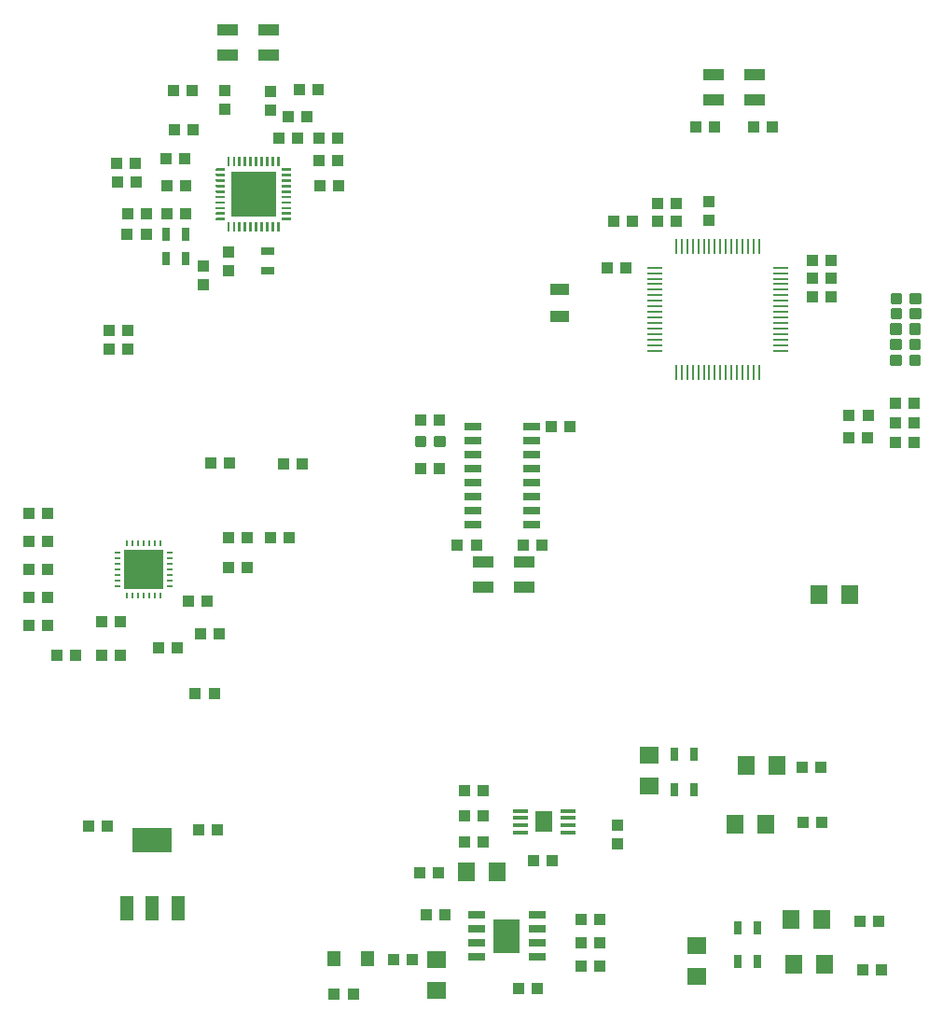
<source format=gbr>
G04 EAGLE Gerber X2 export*
%TF.Part,Single*%
%TF.FileFunction,Paste,Top*%
%TF.FilePolarity,Positive*%
%TF.GenerationSoftware,Autodesk,EAGLE,8.6.0*%
%TF.CreationDate,2018-05-31T17:21:58Z*%
G75*
%MOMM*%
%FSLAX34Y34*%
%LPD*%
%AMOC8*
5,1,8,0,0,1.08239X$1,22.5*%
G01*
%ADD10R,1.100000X1.000000*%
%ADD11R,3.600000X3.600000*%
%ADD12R,0.250000X0.600000*%
%ADD13R,0.600000X0.250000*%
%ADD14R,1.219200X2.235200*%
%ADD15R,3.600000X2.200000*%
%ADD16R,1.550000X0.650000*%
%ADD17R,2.410000X3.100000*%
%ADD18R,1.200000X1.400000*%
%ADD19R,0.800000X1.200000*%
%ADD20R,1.422400X0.431800*%
%ADD21R,1.574800X1.879600*%
%ADD22R,1.000000X1.100000*%
%ADD23R,0.838200X0.279400*%
%ADD24R,0.279400X0.838200*%
%ADD25R,4.140200X4.140200*%
%ADD26R,1.200000X0.800000*%
%ADD27R,1.900000X1.100000*%
%ADD28R,1.473200X0.279400*%
%ADD29R,0.279400X1.473200*%
%ADD30R,1.524000X0.635000*%
%ADD31C,0.300000*%
%ADD32R,1.800000X1.000000*%
%ADD33R,1.800000X1.600000*%
%ADD34R,1.600000X1.800000*%

G36*
X324106Y811019D02*
X324106Y811019D01*
X324108Y811018D01*
X325632Y812542D01*
X325632Y812545D01*
X325633Y812546D01*
X325633Y815340D01*
X325631Y815342D01*
X325632Y815344D01*
X324108Y816868D01*
X324105Y816868D01*
X324104Y816869D01*
X321310Y816869D01*
X321308Y816867D01*
X321306Y816868D01*
X319782Y815344D01*
X319782Y815342D01*
X319781Y815340D01*
X319781Y812546D01*
X319783Y812544D01*
X319782Y812542D01*
X321306Y811018D01*
X321309Y811018D01*
X321310Y811017D01*
X324104Y811017D01*
X324106Y811019D01*
G37*
G36*
X316232Y811019D02*
X316232Y811019D01*
X316234Y811018D01*
X317758Y812542D01*
X317758Y812545D01*
X317759Y812546D01*
X317759Y815340D01*
X317757Y815342D01*
X317758Y815344D01*
X316234Y816868D01*
X316231Y816868D01*
X316230Y816869D01*
X313436Y816869D01*
X313434Y816867D01*
X313432Y816868D01*
X311908Y815344D01*
X311908Y815342D01*
X311907Y815340D01*
X311907Y812546D01*
X311909Y812544D01*
X311908Y812542D01*
X313432Y811018D01*
X313435Y811018D01*
X313436Y811017D01*
X316230Y811017D01*
X316232Y811019D01*
G37*
G36*
X331980Y811019D02*
X331980Y811019D01*
X331982Y811018D01*
X333506Y812542D01*
X333506Y812545D01*
X333507Y812546D01*
X333507Y815340D01*
X333505Y815342D01*
X333506Y815344D01*
X331982Y816868D01*
X331979Y816868D01*
X331978Y816869D01*
X329184Y816869D01*
X329182Y816867D01*
X329180Y816868D01*
X327656Y815344D01*
X327656Y815342D01*
X327655Y815340D01*
X327655Y812546D01*
X327657Y812544D01*
X327656Y812542D01*
X329180Y811018D01*
X329183Y811018D01*
X329184Y811017D01*
X331978Y811017D01*
X331980Y811019D01*
G37*
G36*
X308358Y811019D02*
X308358Y811019D01*
X308360Y811018D01*
X309884Y812542D01*
X309884Y812545D01*
X309885Y812546D01*
X309885Y815340D01*
X309883Y815342D01*
X309884Y815344D01*
X308360Y816868D01*
X308357Y816868D01*
X308356Y816869D01*
X305562Y816869D01*
X305560Y816867D01*
X305558Y816868D01*
X304034Y815344D01*
X304034Y815342D01*
X304033Y815340D01*
X304033Y812546D01*
X304035Y812544D01*
X304034Y812542D01*
X305558Y811018D01*
X305561Y811018D01*
X305562Y811017D01*
X308356Y811017D01*
X308358Y811019D01*
G37*
G36*
X316232Y818893D02*
X316232Y818893D01*
X316234Y818892D01*
X317758Y820416D01*
X317758Y820419D01*
X317759Y820420D01*
X317759Y823214D01*
X317757Y823216D01*
X317758Y823218D01*
X316234Y824742D01*
X316231Y824742D01*
X316230Y824743D01*
X313436Y824743D01*
X313434Y824741D01*
X313432Y824742D01*
X311908Y823218D01*
X311908Y823216D01*
X311907Y823214D01*
X311907Y820420D01*
X311909Y820418D01*
X311908Y820416D01*
X313432Y818892D01*
X313435Y818892D01*
X313436Y818891D01*
X316230Y818891D01*
X316232Y818893D01*
G37*
G36*
X331980Y818893D02*
X331980Y818893D01*
X331982Y818892D01*
X333506Y820416D01*
X333506Y820419D01*
X333507Y820420D01*
X333507Y823214D01*
X333505Y823216D01*
X333506Y823218D01*
X331982Y824742D01*
X331979Y824742D01*
X331978Y824743D01*
X329184Y824743D01*
X329182Y824741D01*
X329180Y824742D01*
X327656Y823218D01*
X327656Y823216D01*
X327655Y823214D01*
X327655Y820420D01*
X327657Y820418D01*
X327656Y820416D01*
X329180Y818892D01*
X329183Y818892D01*
X329184Y818891D01*
X331978Y818891D01*
X331980Y818893D01*
G37*
G36*
X331980Y795271D02*
X331980Y795271D01*
X331982Y795270D01*
X333506Y796794D01*
X333506Y796797D01*
X333507Y796798D01*
X333507Y799592D01*
X333505Y799594D01*
X333506Y799596D01*
X331982Y801120D01*
X331979Y801120D01*
X331978Y801121D01*
X329184Y801121D01*
X329182Y801119D01*
X329180Y801120D01*
X327656Y799596D01*
X327656Y799594D01*
X327655Y799592D01*
X327655Y796798D01*
X327657Y796796D01*
X327656Y796794D01*
X329180Y795270D01*
X329183Y795270D01*
X329184Y795269D01*
X331978Y795269D01*
X331980Y795271D01*
G37*
G36*
X308358Y795271D02*
X308358Y795271D01*
X308360Y795270D01*
X309884Y796794D01*
X309884Y796797D01*
X309885Y796798D01*
X309885Y799592D01*
X309883Y799594D01*
X309884Y799596D01*
X308360Y801120D01*
X308357Y801120D01*
X308356Y801121D01*
X305562Y801121D01*
X305560Y801119D01*
X305558Y801120D01*
X304034Y799596D01*
X304034Y799594D01*
X304033Y799592D01*
X304033Y796798D01*
X304035Y796796D01*
X304034Y796794D01*
X305558Y795270D01*
X305561Y795270D01*
X305562Y795269D01*
X308356Y795269D01*
X308358Y795271D01*
G37*
G36*
X316232Y795271D02*
X316232Y795271D01*
X316234Y795270D01*
X317758Y796794D01*
X317758Y796797D01*
X317759Y796798D01*
X317759Y799592D01*
X317757Y799594D01*
X317758Y799596D01*
X316234Y801120D01*
X316231Y801120D01*
X316230Y801121D01*
X313436Y801121D01*
X313434Y801119D01*
X313432Y801120D01*
X311908Y799596D01*
X311908Y799594D01*
X311907Y799592D01*
X311907Y796798D01*
X311909Y796796D01*
X311908Y796794D01*
X313432Y795270D01*
X313435Y795270D01*
X313436Y795269D01*
X316230Y795269D01*
X316232Y795271D01*
G37*
G36*
X324106Y795271D02*
X324106Y795271D01*
X324108Y795270D01*
X325632Y796794D01*
X325632Y796797D01*
X325633Y796798D01*
X325633Y799592D01*
X325631Y799594D01*
X325632Y799596D01*
X324108Y801120D01*
X324105Y801120D01*
X324104Y801121D01*
X321310Y801121D01*
X321308Y801119D01*
X321306Y801120D01*
X319782Y799596D01*
X319782Y799594D01*
X319781Y799592D01*
X319781Y796798D01*
X319783Y796796D01*
X319782Y796794D01*
X321306Y795270D01*
X321309Y795270D01*
X321310Y795269D01*
X324104Y795269D01*
X324106Y795271D01*
G37*
G36*
X308358Y803145D02*
X308358Y803145D01*
X308360Y803144D01*
X309884Y804668D01*
X309884Y804671D01*
X309885Y804672D01*
X309885Y807466D01*
X309883Y807468D01*
X309884Y807470D01*
X308360Y808994D01*
X308357Y808994D01*
X308356Y808995D01*
X305562Y808995D01*
X305560Y808993D01*
X305558Y808994D01*
X304034Y807470D01*
X304034Y807468D01*
X304033Y807466D01*
X304033Y804672D01*
X304035Y804670D01*
X304034Y804668D01*
X305558Y803144D01*
X305561Y803144D01*
X305562Y803143D01*
X308356Y803143D01*
X308358Y803145D01*
G37*
G36*
X324106Y803145D02*
X324106Y803145D01*
X324108Y803144D01*
X325632Y804668D01*
X325632Y804671D01*
X325633Y804672D01*
X325633Y807466D01*
X325631Y807468D01*
X325632Y807470D01*
X324108Y808994D01*
X324105Y808994D01*
X324104Y808995D01*
X321310Y808995D01*
X321308Y808993D01*
X321306Y808994D01*
X319782Y807470D01*
X319782Y807468D01*
X319781Y807466D01*
X319781Y804672D01*
X319783Y804670D01*
X319782Y804668D01*
X321306Y803144D01*
X321309Y803144D01*
X321310Y803143D01*
X324104Y803143D01*
X324106Y803145D01*
G37*
G36*
X324106Y818893D02*
X324106Y818893D01*
X324108Y818892D01*
X325632Y820416D01*
X325632Y820419D01*
X325633Y820420D01*
X325633Y823214D01*
X325631Y823216D01*
X325632Y823218D01*
X324108Y824742D01*
X324105Y824742D01*
X324104Y824743D01*
X321310Y824743D01*
X321308Y824741D01*
X321306Y824742D01*
X319782Y823218D01*
X319782Y823216D01*
X319781Y823214D01*
X319781Y820420D01*
X319783Y820418D01*
X319782Y820416D01*
X321306Y818892D01*
X321309Y818892D01*
X321310Y818891D01*
X324104Y818891D01*
X324106Y818893D01*
G37*
G36*
X308358Y818893D02*
X308358Y818893D01*
X308360Y818892D01*
X309884Y820416D01*
X309884Y820419D01*
X309885Y820420D01*
X309885Y823214D01*
X309883Y823216D01*
X309884Y823218D01*
X308360Y824742D01*
X308357Y824742D01*
X308356Y824743D01*
X305562Y824743D01*
X305560Y824741D01*
X305558Y824742D01*
X304034Y823218D01*
X304034Y823216D01*
X304033Y823214D01*
X304033Y820420D01*
X304035Y820418D01*
X304034Y820416D01*
X305558Y818892D01*
X305561Y818892D01*
X305562Y818891D01*
X308356Y818891D01*
X308358Y818893D01*
G37*
G36*
X316232Y803145D02*
X316232Y803145D01*
X316234Y803144D01*
X317758Y804668D01*
X317758Y804671D01*
X317759Y804672D01*
X317759Y807466D01*
X317757Y807468D01*
X317758Y807470D01*
X316234Y808994D01*
X316231Y808994D01*
X316230Y808995D01*
X313436Y808995D01*
X313434Y808993D01*
X313432Y808994D01*
X311908Y807470D01*
X311908Y807468D01*
X311907Y807466D01*
X311907Y804672D01*
X311909Y804670D01*
X311908Y804668D01*
X313432Y803144D01*
X313435Y803144D01*
X313436Y803143D01*
X316230Y803143D01*
X316232Y803145D01*
G37*
G36*
X331980Y803145D02*
X331980Y803145D01*
X331982Y803144D01*
X333506Y804668D01*
X333506Y804671D01*
X333507Y804672D01*
X333507Y807466D01*
X333505Y807468D01*
X333506Y807470D01*
X331982Y808994D01*
X331979Y808994D01*
X331978Y808995D01*
X329184Y808995D01*
X329182Y808993D01*
X329180Y808994D01*
X327656Y807470D01*
X327656Y807468D01*
X327655Y807466D01*
X327655Y804672D01*
X327657Y804670D01*
X327656Y804668D01*
X329180Y803144D01*
X329183Y803144D01*
X329184Y803143D01*
X331978Y803143D01*
X331980Y803145D01*
G37*
G36*
X352557Y806449D02*
X352557Y806449D01*
X352557Y806450D01*
X352557Y808736D01*
X352553Y808741D01*
X352552Y808741D01*
X344424Y808741D01*
X344419Y808737D01*
X344419Y808736D01*
X344419Y806450D01*
X344423Y806445D01*
X344424Y806445D01*
X352552Y806445D01*
X352557Y806449D01*
G37*
G36*
X293121Y806449D02*
X293121Y806449D01*
X293121Y806450D01*
X293121Y808736D01*
X293117Y808741D01*
X293116Y808741D01*
X284988Y808741D01*
X284983Y808737D01*
X284983Y808736D01*
X284983Y806450D01*
X284987Y806445D01*
X284988Y806445D01*
X293116Y806445D01*
X293121Y806449D01*
G37*
G36*
X352557Y786383D02*
X352557Y786383D01*
X352557Y786384D01*
X352557Y788670D01*
X352553Y788675D01*
X352552Y788675D01*
X344424Y788675D01*
X344419Y788671D01*
X344419Y788670D01*
X344419Y786384D01*
X344423Y786379D01*
X344424Y786379D01*
X352552Y786379D01*
X352557Y786383D01*
G37*
G36*
X352557Y826261D02*
X352557Y826261D01*
X352557Y826262D01*
X352557Y828548D01*
X352553Y828553D01*
X352552Y828553D01*
X344424Y828553D01*
X344419Y828549D01*
X344419Y828548D01*
X344419Y826262D01*
X344423Y826257D01*
X344424Y826257D01*
X352552Y826257D01*
X352557Y826261D01*
G37*
G36*
X293121Y801369D02*
X293121Y801369D01*
X293121Y801370D01*
X293121Y803656D01*
X293117Y803661D01*
X293116Y803661D01*
X284988Y803661D01*
X284983Y803657D01*
X284983Y803656D01*
X284983Y801370D01*
X284987Y801365D01*
X284988Y801365D01*
X293116Y801365D01*
X293121Y801369D01*
G37*
G36*
X352557Y801369D02*
X352557Y801369D01*
X352557Y801370D01*
X352557Y803656D01*
X352553Y803661D01*
X352552Y803661D01*
X344424Y803661D01*
X344419Y803657D01*
X344419Y803656D01*
X344419Y801370D01*
X344423Y801365D01*
X344424Y801365D01*
X352552Y801365D01*
X352557Y801369D01*
G37*
G36*
X352557Y831341D02*
X352557Y831341D01*
X352557Y831342D01*
X352557Y833628D01*
X352553Y833633D01*
X352552Y833633D01*
X344424Y833633D01*
X344419Y833629D01*
X344419Y833628D01*
X344419Y831342D01*
X344423Y831337D01*
X344424Y831337D01*
X352552Y831337D01*
X352557Y831341D01*
G37*
G36*
X293121Y831341D02*
X293121Y831341D01*
X293121Y831342D01*
X293121Y833628D01*
X293117Y833633D01*
X293116Y833633D01*
X284988Y833633D01*
X284983Y833629D01*
X284983Y833628D01*
X284983Y831342D01*
X284987Y831337D01*
X284988Y831337D01*
X293116Y831337D01*
X293121Y831341D01*
G37*
G36*
X352557Y796289D02*
X352557Y796289D01*
X352557Y796290D01*
X352557Y798576D01*
X352553Y798581D01*
X352552Y798581D01*
X344424Y798581D01*
X344419Y798577D01*
X344419Y798576D01*
X344419Y796290D01*
X344423Y796285D01*
X344424Y796285D01*
X352552Y796285D01*
X352557Y796289D01*
G37*
G36*
X293121Y796289D02*
X293121Y796289D01*
X293121Y796290D01*
X293121Y798576D01*
X293117Y798581D01*
X293116Y798581D01*
X284988Y798581D01*
X284983Y798577D01*
X284983Y798576D01*
X284983Y796290D01*
X284987Y796285D01*
X284988Y796285D01*
X293116Y796285D01*
X293121Y796289D01*
G37*
G36*
X293121Y821435D02*
X293121Y821435D01*
X293121Y821436D01*
X293121Y823722D01*
X293117Y823727D01*
X293116Y823727D01*
X284988Y823727D01*
X284983Y823723D01*
X284983Y823722D01*
X284983Y821436D01*
X284987Y821431D01*
X284988Y821431D01*
X293116Y821431D01*
X293121Y821435D01*
G37*
G36*
X352557Y821435D02*
X352557Y821435D01*
X352557Y821436D01*
X352557Y823722D01*
X352553Y823727D01*
X352552Y823727D01*
X344424Y823727D01*
X344419Y823723D01*
X344419Y823722D01*
X344419Y821436D01*
X344423Y821431D01*
X344424Y821431D01*
X352552Y821431D01*
X352557Y821435D01*
G37*
G36*
X352557Y816355D02*
X352557Y816355D01*
X352557Y816356D01*
X352557Y818642D01*
X352553Y818647D01*
X352552Y818647D01*
X344424Y818647D01*
X344419Y818643D01*
X344419Y818642D01*
X344419Y816356D01*
X344423Y816351D01*
X344424Y816351D01*
X352552Y816351D01*
X352557Y816355D01*
G37*
G36*
X293121Y816355D02*
X293121Y816355D01*
X293121Y816356D01*
X293121Y818642D01*
X293117Y818647D01*
X293116Y818647D01*
X284988Y818647D01*
X284983Y818643D01*
X284983Y818642D01*
X284983Y816356D01*
X284987Y816351D01*
X284988Y816351D01*
X293116Y816351D01*
X293121Y816355D01*
G37*
G36*
X352557Y791463D02*
X352557Y791463D01*
X352557Y791464D01*
X352557Y793750D01*
X352553Y793755D01*
X352552Y793755D01*
X344424Y793755D01*
X344419Y793751D01*
X344419Y793750D01*
X344419Y791464D01*
X344423Y791459D01*
X344424Y791459D01*
X352552Y791459D01*
X352557Y791463D01*
G37*
G36*
X352557Y811275D02*
X352557Y811275D01*
X352557Y811276D01*
X352557Y813562D01*
X352553Y813567D01*
X352552Y813567D01*
X344424Y813567D01*
X344419Y813563D01*
X344419Y813562D01*
X344419Y811276D01*
X344423Y811271D01*
X344424Y811271D01*
X352552Y811271D01*
X352557Y811275D01*
G37*
G36*
X293121Y791463D02*
X293121Y791463D01*
X293121Y791464D01*
X293121Y793750D01*
X293117Y793755D01*
X293116Y793755D01*
X284988Y793755D01*
X284983Y793751D01*
X284983Y793750D01*
X284983Y791464D01*
X284987Y791459D01*
X284988Y791459D01*
X293116Y791459D01*
X293121Y791463D01*
G37*
G36*
X293121Y811275D02*
X293121Y811275D01*
X293121Y811276D01*
X293121Y813562D01*
X293117Y813567D01*
X293116Y813567D01*
X284988Y813567D01*
X284983Y813563D01*
X284983Y813562D01*
X284983Y811276D01*
X284987Y811271D01*
X284988Y811271D01*
X293116Y811271D01*
X293121Y811275D01*
G37*
G36*
X293121Y786383D02*
X293121Y786383D01*
X293121Y786384D01*
X293121Y788670D01*
X293117Y788675D01*
X293116Y788675D01*
X284988Y788675D01*
X284983Y788671D01*
X284983Y788670D01*
X284983Y786384D01*
X284987Y786379D01*
X284988Y786379D01*
X293116Y786379D01*
X293121Y786383D01*
G37*
G36*
X293121Y826261D02*
X293121Y826261D01*
X293121Y826262D01*
X293121Y828548D01*
X293117Y828553D01*
X293116Y828553D01*
X284988Y828553D01*
X284983Y828549D01*
X284983Y828548D01*
X284983Y826262D01*
X284987Y826257D01*
X284988Y826257D01*
X293116Y826257D01*
X293121Y826261D01*
G37*
G36*
X342397Y776223D02*
X342397Y776223D01*
X342397Y776224D01*
X342397Y784352D01*
X342393Y784357D01*
X342392Y784357D01*
X340106Y784357D01*
X340101Y784353D01*
X340101Y784352D01*
X340101Y776224D01*
X340105Y776219D01*
X340106Y776219D01*
X342392Y776219D01*
X342397Y776223D01*
G37*
G36*
X297439Y835659D02*
X297439Y835659D01*
X297439Y835660D01*
X297439Y843788D01*
X297435Y843793D01*
X297434Y843793D01*
X295148Y843793D01*
X295143Y843789D01*
X295143Y843788D01*
X295143Y835660D01*
X295147Y835655D01*
X295148Y835655D01*
X297434Y835655D01*
X297439Y835659D01*
G37*
G36*
X332491Y776223D02*
X332491Y776223D01*
X332491Y776224D01*
X332491Y784352D01*
X332487Y784357D01*
X332486Y784357D01*
X330200Y784357D01*
X330195Y784353D01*
X330195Y784352D01*
X330195Y776224D01*
X330199Y776219D01*
X330200Y776219D01*
X332486Y776219D01*
X332491Y776223D01*
G37*
G36*
X312425Y776223D02*
X312425Y776223D01*
X312425Y776224D01*
X312425Y784352D01*
X312421Y784357D01*
X312420Y784357D01*
X310134Y784357D01*
X310129Y784353D01*
X310129Y784352D01*
X310129Y776224D01*
X310133Y776219D01*
X310134Y776219D01*
X312420Y776219D01*
X312425Y776223D01*
G37*
G36*
X322331Y776223D02*
X322331Y776223D01*
X322331Y776224D01*
X322331Y784352D01*
X322327Y784357D01*
X322326Y784357D01*
X320040Y784357D01*
X320035Y784353D01*
X320035Y784352D01*
X320035Y776224D01*
X320039Y776219D01*
X320040Y776219D01*
X322326Y776219D01*
X322331Y776223D01*
G37*
G36*
X337317Y776223D02*
X337317Y776223D01*
X337317Y776224D01*
X337317Y784352D01*
X337313Y784357D01*
X337312Y784357D01*
X335026Y784357D01*
X335021Y784353D01*
X335021Y784352D01*
X335021Y776224D01*
X335025Y776219D01*
X335026Y776219D01*
X337312Y776219D01*
X337317Y776223D01*
G37*
G36*
X317505Y776223D02*
X317505Y776223D01*
X317505Y776224D01*
X317505Y784352D01*
X317501Y784357D01*
X317500Y784357D01*
X315214Y784357D01*
X315209Y784353D01*
X315209Y784352D01*
X315209Y776224D01*
X315213Y776219D01*
X315214Y776219D01*
X317500Y776219D01*
X317505Y776223D01*
G37*
G36*
X307345Y776223D02*
X307345Y776223D01*
X307345Y776224D01*
X307345Y784352D01*
X307341Y784357D01*
X307340Y784357D01*
X305054Y784357D01*
X305049Y784353D01*
X305049Y784352D01*
X305049Y776224D01*
X305053Y776219D01*
X305054Y776219D01*
X307340Y776219D01*
X307345Y776223D01*
G37*
G36*
X302519Y776223D02*
X302519Y776223D01*
X302519Y776224D01*
X302519Y784352D01*
X302515Y784357D01*
X302514Y784357D01*
X300228Y784357D01*
X300223Y784353D01*
X300223Y784352D01*
X300223Y776224D01*
X300227Y776219D01*
X300228Y776219D01*
X302514Y776219D01*
X302519Y776223D01*
G37*
G36*
X327411Y776223D02*
X327411Y776223D01*
X327411Y776224D01*
X327411Y784352D01*
X327407Y784357D01*
X327406Y784357D01*
X325120Y784357D01*
X325115Y784353D01*
X325115Y784352D01*
X325115Y776224D01*
X325119Y776219D01*
X325120Y776219D01*
X327406Y776219D01*
X327411Y776223D01*
G37*
G36*
X297439Y776223D02*
X297439Y776223D01*
X297439Y776224D01*
X297439Y784352D01*
X297435Y784357D01*
X297434Y784357D01*
X295148Y784357D01*
X295143Y784353D01*
X295143Y784352D01*
X295143Y776224D01*
X295147Y776219D01*
X295148Y776219D01*
X297434Y776219D01*
X297439Y776223D01*
G37*
G36*
X302519Y835659D02*
X302519Y835659D01*
X302519Y835660D01*
X302519Y843788D01*
X302515Y843793D01*
X302514Y843793D01*
X300228Y843793D01*
X300223Y843789D01*
X300223Y843788D01*
X300223Y835660D01*
X300227Y835655D01*
X300228Y835655D01*
X302514Y835655D01*
X302519Y835659D01*
G37*
G36*
X317505Y835659D02*
X317505Y835659D01*
X317505Y835660D01*
X317505Y843788D01*
X317501Y843793D01*
X317500Y843793D01*
X315214Y843793D01*
X315209Y843789D01*
X315209Y843788D01*
X315209Y835660D01*
X315213Y835655D01*
X315214Y835655D01*
X317500Y835655D01*
X317505Y835659D01*
G37*
G36*
X327411Y835659D02*
X327411Y835659D01*
X327411Y835660D01*
X327411Y843788D01*
X327407Y843793D01*
X327406Y843793D01*
X325120Y843793D01*
X325115Y843789D01*
X325115Y843788D01*
X325115Y835660D01*
X325119Y835655D01*
X325120Y835655D01*
X327406Y835655D01*
X327411Y835659D01*
G37*
G36*
X337317Y835659D02*
X337317Y835659D01*
X337317Y835660D01*
X337317Y843788D01*
X337313Y843793D01*
X337312Y843793D01*
X335026Y843793D01*
X335021Y843789D01*
X335021Y843788D01*
X335021Y835660D01*
X335025Y835655D01*
X335026Y835655D01*
X337312Y835655D01*
X337317Y835659D01*
G37*
G36*
X322331Y835659D02*
X322331Y835659D01*
X322331Y835660D01*
X322331Y843788D01*
X322327Y843793D01*
X322326Y843793D01*
X320040Y843793D01*
X320035Y843789D01*
X320035Y843788D01*
X320035Y835660D01*
X320039Y835655D01*
X320040Y835655D01*
X322326Y835655D01*
X322331Y835659D01*
G37*
G36*
X307345Y835659D02*
X307345Y835659D01*
X307345Y835660D01*
X307345Y843788D01*
X307341Y843793D01*
X307340Y843793D01*
X305054Y843793D01*
X305049Y843789D01*
X305049Y843788D01*
X305049Y835660D01*
X305053Y835655D01*
X305054Y835655D01*
X307340Y835655D01*
X307345Y835659D01*
G37*
G36*
X332491Y835659D02*
X332491Y835659D01*
X332491Y835660D01*
X332491Y843788D01*
X332487Y843793D01*
X332486Y843793D01*
X330200Y843793D01*
X330195Y843789D01*
X330195Y843788D01*
X330195Y835660D01*
X330199Y835655D01*
X330200Y835655D01*
X332486Y835655D01*
X332491Y835659D01*
G37*
G36*
X342397Y835659D02*
X342397Y835659D01*
X342397Y835660D01*
X342397Y843788D01*
X342393Y843793D01*
X342392Y843793D01*
X340106Y843793D01*
X340101Y843789D01*
X340101Y843788D01*
X340101Y835660D01*
X340105Y835655D01*
X340106Y835655D01*
X342392Y835655D01*
X342397Y835659D01*
G37*
G36*
X312425Y835659D02*
X312425Y835659D01*
X312425Y835660D01*
X312425Y843788D01*
X312421Y843793D01*
X312420Y843793D01*
X310134Y843793D01*
X310129Y843789D01*
X310129Y843788D01*
X310129Y835660D01*
X310133Y835655D01*
X310134Y835655D01*
X312420Y835655D01*
X312425Y835659D01*
G37*
G36*
X338841Y811021D02*
X338841Y811021D01*
X338841Y811022D01*
X338841Y816864D01*
X338837Y816869D01*
X338836Y816869D01*
X337058Y816869D01*
X337056Y816867D01*
X337054Y816868D01*
X335530Y815344D01*
X335530Y815342D01*
X335529Y815340D01*
X335529Y812546D01*
X335531Y812544D01*
X335530Y812542D01*
X337054Y811018D01*
X337057Y811018D01*
X337058Y811017D01*
X338836Y811017D01*
X338841Y811021D01*
G37*
G36*
X338841Y818895D02*
X338841Y818895D01*
X338841Y818896D01*
X338841Y824738D01*
X338837Y824743D01*
X338836Y824743D01*
X337058Y824743D01*
X337056Y824741D01*
X337054Y824742D01*
X335530Y823218D01*
X335530Y823216D01*
X335529Y823214D01*
X335529Y820420D01*
X335531Y820418D01*
X335530Y820416D01*
X337054Y818892D01*
X337057Y818892D01*
X337058Y818891D01*
X338836Y818891D01*
X338841Y818895D01*
G37*
G36*
X338841Y803147D02*
X338841Y803147D01*
X338841Y803148D01*
X338841Y808990D01*
X338837Y808995D01*
X338836Y808995D01*
X337058Y808995D01*
X337056Y808993D01*
X337054Y808994D01*
X335530Y807470D01*
X335530Y807468D01*
X335529Y807466D01*
X335529Y804672D01*
X335531Y804670D01*
X335530Y804668D01*
X337054Y803144D01*
X337057Y803144D01*
X337058Y803143D01*
X338836Y803143D01*
X338841Y803147D01*
G37*
G36*
X338841Y795273D02*
X338841Y795273D01*
X338841Y795274D01*
X338841Y801116D01*
X338837Y801121D01*
X338836Y801121D01*
X337058Y801121D01*
X337056Y801119D01*
X337054Y801120D01*
X335530Y799596D01*
X335530Y799594D01*
X335529Y799592D01*
X335529Y796798D01*
X335531Y796796D01*
X335530Y796794D01*
X337054Y795270D01*
X337057Y795270D01*
X337058Y795269D01*
X338836Y795269D01*
X338841Y795273D01*
G37*
G36*
X308358Y826767D02*
X308358Y826767D01*
X308360Y826766D01*
X309884Y828290D01*
X309884Y828293D01*
X309885Y828294D01*
X309885Y830072D01*
X309881Y830077D01*
X309880Y830077D01*
X304038Y830077D01*
X304033Y830073D01*
X304033Y830072D01*
X304033Y828294D01*
X304035Y828292D01*
X304034Y828290D01*
X305558Y826766D01*
X305561Y826766D01*
X305562Y826765D01*
X308356Y826765D01*
X308358Y826767D01*
G37*
G36*
X331980Y826767D02*
X331980Y826767D01*
X331982Y826766D01*
X333506Y828290D01*
X333506Y828293D01*
X333507Y828294D01*
X333507Y830072D01*
X333503Y830077D01*
X333502Y830077D01*
X327660Y830077D01*
X327655Y830073D01*
X327655Y830072D01*
X327655Y828294D01*
X327657Y828292D01*
X327656Y828290D01*
X329180Y826766D01*
X329183Y826766D01*
X329184Y826765D01*
X331978Y826765D01*
X331980Y826767D01*
G37*
G36*
X316232Y826767D02*
X316232Y826767D01*
X316234Y826766D01*
X317758Y828290D01*
X317758Y828293D01*
X317759Y828294D01*
X317759Y830072D01*
X317755Y830077D01*
X317754Y830077D01*
X311912Y830077D01*
X311907Y830073D01*
X311907Y830072D01*
X311907Y828294D01*
X311909Y828292D01*
X311908Y828290D01*
X313432Y826766D01*
X313435Y826766D01*
X313436Y826765D01*
X316230Y826765D01*
X316232Y826767D01*
G37*
G36*
X324106Y826767D02*
X324106Y826767D01*
X324108Y826766D01*
X325632Y828290D01*
X325632Y828293D01*
X325633Y828294D01*
X325633Y830072D01*
X325629Y830077D01*
X325628Y830077D01*
X319786Y830077D01*
X319781Y830073D01*
X319781Y830072D01*
X319781Y828294D01*
X319783Y828292D01*
X319782Y828290D01*
X321306Y826766D01*
X321309Y826766D01*
X321310Y826765D01*
X324104Y826765D01*
X324106Y826767D01*
G37*
G36*
X317759Y789939D02*
X317759Y789939D01*
X317759Y789940D01*
X317759Y791718D01*
X317757Y791720D01*
X317758Y791722D01*
X316234Y793246D01*
X316231Y793246D01*
X316230Y793247D01*
X313436Y793247D01*
X313434Y793245D01*
X313432Y793246D01*
X311908Y791722D01*
X311908Y791720D01*
X311908Y791719D01*
X311907Y791718D01*
X311907Y789940D01*
X311911Y789935D01*
X311912Y789935D01*
X317754Y789935D01*
X317759Y789939D01*
G37*
G36*
X309885Y789939D02*
X309885Y789939D01*
X309885Y789940D01*
X309885Y791718D01*
X309883Y791720D01*
X309884Y791722D01*
X308360Y793246D01*
X308357Y793246D01*
X308356Y793247D01*
X305562Y793247D01*
X305560Y793245D01*
X305558Y793246D01*
X304034Y791722D01*
X304034Y791720D01*
X304034Y791719D01*
X304033Y791718D01*
X304033Y789940D01*
X304037Y789935D01*
X304038Y789935D01*
X309880Y789935D01*
X309885Y789939D01*
G37*
G36*
X333507Y789939D02*
X333507Y789939D01*
X333507Y789940D01*
X333507Y791718D01*
X333505Y791720D01*
X333506Y791722D01*
X331982Y793246D01*
X331979Y793246D01*
X331978Y793247D01*
X329184Y793247D01*
X329182Y793245D01*
X329180Y793246D01*
X327656Y791722D01*
X327656Y791720D01*
X327656Y791719D01*
X327655Y791718D01*
X327655Y789940D01*
X327659Y789935D01*
X327660Y789935D01*
X333502Y789935D01*
X333507Y789939D01*
G37*
G36*
X325633Y789939D02*
X325633Y789939D01*
X325633Y789940D01*
X325633Y791718D01*
X325631Y791720D01*
X325632Y791722D01*
X324108Y793246D01*
X324105Y793246D01*
X324104Y793247D01*
X321310Y793247D01*
X321308Y793245D01*
X321306Y793246D01*
X319782Y791722D01*
X319782Y791720D01*
X319782Y791719D01*
X319781Y791718D01*
X319781Y789940D01*
X319785Y789935D01*
X319786Y789935D01*
X325628Y789935D01*
X325633Y789939D01*
G37*
G36*
X300484Y803145D02*
X300484Y803145D01*
X300486Y803144D01*
X302010Y804668D01*
X302010Y804671D01*
X302011Y804672D01*
X302011Y807466D01*
X302009Y807468D01*
X302010Y807470D01*
X300486Y808994D01*
X300483Y808994D01*
X300482Y808995D01*
X298704Y808995D01*
X298699Y808991D01*
X298699Y808990D01*
X298699Y803148D01*
X298703Y803143D01*
X298704Y803143D01*
X300482Y803143D01*
X300484Y803145D01*
G37*
G36*
X300484Y818893D02*
X300484Y818893D01*
X300486Y818892D01*
X302010Y820416D01*
X302010Y820419D01*
X302011Y820420D01*
X302011Y823214D01*
X302009Y823216D01*
X302010Y823218D01*
X300486Y824742D01*
X300483Y824742D01*
X300482Y824743D01*
X298704Y824743D01*
X298699Y824739D01*
X298699Y824738D01*
X298699Y818896D01*
X298703Y818891D01*
X298704Y818891D01*
X300482Y818891D01*
X300484Y818893D01*
G37*
G36*
X300484Y811019D02*
X300484Y811019D01*
X300486Y811018D01*
X302010Y812542D01*
X302010Y812545D01*
X302011Y812546D01*
X302011Y815340D01*
X302009Y815342D01*
X302010Y815344D01*
X300486Y816868D01*
X300483Y816868D01*
X300482Y816869D01*
X298704Y816869D01*
X298699Y816865D01*
X298699Y816864D01*
X298699Y811022D01*
X298703Y811017D01*
X298704Y811017D01*
X300482Y811017D01*
X300484Y811019D01*
G37*
G36*
X300484Y795271D02*
X300484Y795271D01*
X300486Y795270D01*
X302010Y796794D01*
X302010Y796797D01*
X302011Y796798D01*
X302011Y799592D01*
X302009Y799594D01*
X302010Y799596D01*
X300486Y801120D01*
X300483Y801120D01*
X300482Y801121D01*
X298704Y801121D01*
X298699Y801117D01*
X298699Y801116D01*
X298699Y795274D01*
X298703Y795269D01*
X298704Y795269D01*
X300482Y795269D01*
X300484Y795271D01*
G37*
G36*
X338841Y826769D02*
X338841Y826769D01*
X338841Y826770D01*
X338841Y830072D01*
X338837Y830077D01*
X338836Y830077D01*
X335534Y830077D01*
X335529Y830073D01*
X335529Y830072D01*
X335529Y828294D01*
X335531Y828292D01*
X335530Y828290D01*
X337054Y826766D01*
X337057Y826766D01*
X337058Y826765D01*
X338836Y826765D01*
X338841Y826769D01*
G37*
G36*
X338841Y789939D02*
X338841Y789939D01*
X338841Y789940D01*
X338841Y793242D01*
X338837Y793247D01*
X338836Y793247D01*
X337058Y793247D01*
X337056Y793245D01*
X337054Y793246D01*
X335530Y791722D01*
X335530Y791720D01*
X335530Y791719D01*
X335529Y791718D01*
X335529Y789940D01*
X335533Y789935D01*
X335534Y789935D01*
X338836Y789935D01*
X338841Y789939D01*
G37*
G36*
X300484Y826767D02*
X300484Y826767D01*
X300486Y826766D01*
X302010Y828290D01*
X302010Y828293D01*
X302011Y828294D01*
X302011Y830072D01*
X302007Y830077D01*
X302006Y830077D01*
X298704Y830077D01*
X298699Y830073D01*
X298699Y830072D01*
X298699Y826770D01*
X298703Y826765D01*
X298704Y826765D01*
X300482Y826765D01*
X300484Y826767D01*
G37*
G36*
X302011Y789939D02*
X302011Y789939D01*
X302011Y789940D01*
X302011Y791718D01*
X302009Y791720D01*
X302010Y791722D01*
X300486Y793246D01*
X300483Y793246D01*
X300482Y793247D01*
X298704Y793247D01*
X298699Y793243D01*
X298699Y793242D01*
X298699Y789940D01*
X298703Y789935D01*
X298704Y789935D01*
X302006Y789935D01*
X302011Y789939D01*
G37*
D10*
X169300Y236538D03*
X186300Y236538D03*
X285995Y233680D03*
X268995Y233680D03*
D11*
X219075Y469900D03*
D12*
X219075Y493900D03*
X224075Y493900D03*
X229075Y493900D03*
X234075Y493900D03*
X214075Y493900D03*
X209075Y493900D03*
X204075Y493900D03*
X219075Y445900D03*
X224075Y445900D03*
X229075Y445900D03*
X234075Y445900D03*
D13*
X243075Y469900D03*
X243075Y464900D03*
X243075Y459900D03*
X243075Y454900D03*
X243075Y474900D03*
X243075Y479900D03*
X243075Y484900D03*
X195075Y469900D03*
X195075Y464900D03*
X195075Y459900D03*
X195075Y454900D03*
X195075Y474900D03*
X195075Y479900D03*
X195075Y484900D03*
D12*
X214075Y445900D03*
X209075Y445900D03*
X204075Y445900D03*
D10*
X266138Y357188D03*
X283138Y357188D03*
D14*
X203899Y162687D03*
X227013Y162687D03*
X250127Y162687D03*
D15*
X227013Y224665D03*
D10*
X345830Y565468D03*
X362830Y565468D03*
X296790Y566420D03*
X279790Y566420D03*
X296300Y471488D03*
X313300Y471488D03*
X296300Y498475D03*
X313300Y498475D03*
X334400Y498475D03*
X351400Y498475D03*
X259788Y441325D03*
X276788Y441325D03*
X270900Y411163D03*
X287900Y411163D03*
X157408Y392113D03*
X140408Y392113D03*
X198048Y421958D03*
X181048Y421958D03*
X181365Y391795D03*
X198365Y391795D03*
X114690Y520700D03*
X131690Y520700D03*
X114690Y495300D03*
X131690Y495300D03*
X114690Y469900D03*
X131690Y469900D03*
X114690Y444500D03*
X131690Y444500D03*
X114690Y419100D03*
X131690Y419100D03*
X232800Y398463D03*
X249800Y398463D03*
X559698Y89662D03*
X576698Y89662D03*
D16*
X521644Y156210D03*
X521644Y143510D03*
X521644Y130810D03*
X521644Y118110D03*
X576144Y118110D03*
X576144Y130810D03*
X576144Y143510D03*
X576144Y156210D03*
D17*
X548894Y137160D03*
D10*
X616594Y109728D03*
X633594Y109728D03*
X633340Y152654D03*
X616340Y152654D03*
X492624Y156210D03*
X475624Y156210D03*
X633340Y130810D03*
X616340Y130810D03*
D18*
X422162Y116586D03*
X392162Y116586D03*
D10*
X409312Y84582D03*
X392312Y84582D03*
D19*
X758334Y144272D03*
X776334Y144272D03*
X758588Y114554D03*
X776588Y114554D03*
D10*
X869578Y150876D03*
X886578Y150876D03*
X871610Y106680D03*
X888610Y106680D03*
D20*
X560832Y250698D03*
X560832Y244348D03*
X560832Y237744D03*
X560832Y231394D03*
X604520Y231394D03*
X604520Y237744D03*
X604520Y244348D03*
X604520Y250698D03*
D21*
X582676Y241046D03*
D22*
X648970Y237608D03*
X648970Y220608D03*
D10*
X527168Y269240D03*
X510168Y269240D03*
X510168Y222504D03*
X527168Y222504D03*
X510168Y245872D03*
X527168Y245872D03*
X572906Y205740D03*
X589906Y205740D03*
X462906Y116078D03*
X445906Y116078D03*
X486528Y194818D03*
X469528Y194818D03*
D19*
X700676Y269748D03*
X718676Y269748D03*
X700676Y302514D03*
X718676Y302514D03*
D10*
X817508Y240030D03*
X834508Y240030D03*
X817254Y290068D03*
X834254Y290068D03*
D23*
X289020Y832506D03*
X289020Y827506D03*
X289020Y822506D03*
X289020Y817506D03*
X289020Y812506D03*
X289020Y807506D03*
X289020Y802506D03*
X289020Y797506D03*
X289020Y792506D03*
X289020Y787506D03*
D24*
X296264Y780256D03*
X301266Y780256D03*
X306267Y780256D03*
X311268Y780256D03*
X316269Y780256D03*
X321271Y780256D03*
X326272Y780256D03*
X331273Y780256D03*
X336274Y780256D03*
X341276Y780256D03*
D23*
X348520Y787506D03*
X348520Y792506D03*
X348520Y797506D03*
X348520Y802506D03*
X348520Y807506D03*
X348520Y812506D03*
X348520Y817506D03*
X348520Y822506D03*
X348520Y827506D03*
X348520Y832506D03*
D24*
X341276Y839756D03*
X336274Y839756D03*
X331273Y839756D03*
X326272Y839756D03*
X321271Y839756D03*
X316269Y839756D03*
X311268Y839756D03*
X306267Y839756D03*
X301266Y839756D03*
X296264Y839756D03*
D25*
X318770Y810006D03*
D22*
X296418Y757800D03*
X296418Y740800D03*
D26*
X331470Y758808D03*
X331470Y740808D03*
D10*
X239658Y842518D03*
X256658Y842518D03*
D19*
X239666Y773684D03*
X257666Y773684D03*
D10*
X378342Y860806D03*
X395342Y860806D03*
X264024Y868934D03*
X247024Y868934D03*
D19*
X257666Y751586D03*
X239666Y751586D03*
D10*
X240166Y817626D03*
X257166Y817626D03*
X195208Y820928D03*
X212208Y820928D03*
X194954Y837692D03*
X211954Y837692D03*
X187588Y686308D03*
X204588Y686308D03*
X187588Y669544D03*
X204588Y669544D03*
D27*
X295444Y936174D03*
X332444Y959174D03*
X295444Y959174D03*
X332444Y936174D03*
D22*
X292608Y886850D03*
X292608Y903850D03*
X334518Y903342D03*
X334518Y886342D03*
D10*
X246262Y904240D03*
X263262Y904240D03*
X360308Y905002D03*
X377308Y905002D03*
X378088Y840232D03*
X395088Y840232D03*
X396104Y817626D03*
X379104Y817626D03*
X350656Y880364D03*
X367656Y880364D03*
X342020Y860806D03*
X359020Y860806D03*
D22*
X273558Y745354D03*
X273558Y728354D03*
D10*
X257420Y792480D03*
X240420Y792480D03*
X222114Y792480D03*
X205114Y792480D03*
X221352Y773684D03*
X204352Y773684D03*
D28*
X683006Y743458D03*
X683006Y738378D03*
X683006Y733298D03*
X683006Y728472D03*
X683006Y723392D03*
X683006Y718312D03*
X683006Y713486D03*
X683006Y708406D03*
X683006Y703326D03*
X683006Y698246D03*
X683006Y693420D03*
X683006Y688340D03*
X683006Y683260D03*
X683006Y678434D03*
X683006Y673354D03*
X683006Y668274D03*
D29*
X702564Y648716D03*
X707644Y648716D03*
X712724Y648716D03*
X717550Y648716D03*
X722630Y648716D03*
X727710Y648716D03*
X732536Y648716D03*
X737616Y648716D03*
X742696Y648716D03*
X747776Y648716D03*
X752602Y648716D03*
X757682Y648716D03*
X762762Y648716D03*
X767588Y648716D03*
X772668Y648716D03*
X777748Y648716D03*
D28*
X797306Y668274D03*
X797306Y673354D03*
X797306Y678434D03*
X797306Y683260D03*
X797306Y688340D03*
X797306Y693420D03*
X797306Y698246D03*
X797306Y703326D03*
X797306Y708406D03*
X797306Y713486D03*
X797306Y718312D03*
X797306Y723392D03*
X797306Y728472D03*
X797306Y733298D03*
X797306Y738378D03*
X797306Y743458D03*
D29*
X777748Y763016D03*
X772668Y763016D03*
X767588Y763016D03*
X762762Y763016D03*
X757682Y763016D03*
X752602Y763016D03*
X747776Y763016D03*
X742696Y763016D03*
X737616Y763016D03*
X732536Y763016D03*
X727710Y763016D03*
X722630Y763016D03*
X717550Y763016D03*
X712724Y763016D03*
X707644Y763016D03*
X702564Y763016D03*
D30*
X517880Y586232D03*
X571780Y560832D03*
X517880Y598932D03*
X517880Y573532D03*
X517880Y560832D03*
X571780Y573532D03*
X571780Y548132D03*
X571780Y535432D03*
X517880Y535432D03*
X571780Y510032D03*
X517880Y548132D03*
X517880Y522732D03*
X571780Y522732D03*
X517880Y510032D03*
X571780Y586232D03*
X571780Y598932D03*
D10*
X589162Y599186D03*
X606162Y599186D03*
X487798Y560832D03*
X470798Y560832D03*
D31*
X474028Y581970D02*
X474028Y588970D01*
X474028Y581970D02*
X467028Y581970D01*
X467028Y588970D01*
X474028Y588970D01*
X474028Y584969D02*
X467028Y584969D01*
X467028Y587968D02*
X474028Y587968D01*
X491568Y588970D02*
X491568Y581970D01*
X484568Y581970D01*
X484568Y588970D01*
X491568Y588970D01*
X491568Y584969D02*
X484568Y584969D01*
X484568Y587968D02*
X491568Y587968D01*
D10*
X470544Y605536D03*
X487544Y605536D03*
D27*
X527346Y453828D03*
X564346Y476828D03*
X527346Y476828D03*
X564346Y453828D03*
D10*
X564016Y491998D03*
X581016Y491998D03*
X521072Y491744D03*
X504072Y491744D03*
X656962Y743204D03*
X639962Y743204D03*
X702682Y801878D03*
X685682Y801878D03*
X702682Y785368D03*
X685682Y785368D03*
D32*
X597154Y698954D03*
X597154Y723954D03*
D27*
X773896Y918788D03*
X736896Y895788D03*
X773896Y895788D03*
X736896Y918788D03*
D10*
X720226Y871474D03*
X737226Y871474D03*
X790058Y871220D03*
X773058Y871220D03*
X646058Y785368D03*
X663058Y785368D03*
D22*
X732536Y786266D03*
X732536Y803266D03*
D10*
X826398Y717042D03*
X843398Y717042D03*
X826144Y733552D03*
X843144Y733552D03*
X825890Y750316D03*
X842890Y750316D03*
D31*
X905574Y662630D02*
X905574Y655630D01*
X898574Y655630D01*
X898574Y662630D01*
X905574Y662630D01*
X905574Y658629D02*
X898574Y658629D01*
X898574Y661628D02*
X905574Y661628D01*
X923114Y662630D02*
X923114Y655630D01*
X916114Y655630D01*
X916114Y662630D01*
X923114Y662630D01*
X923114Y658629D02*
X916114Y658629D01*
X916114Y661628D02*
X923114Y661628D01*
X905574Y670362D02*
X905574Y677362D01*
X905574Y670362D02*
X898574Y670362D01*
X898574Y677362D01*
X905574Y677362D01*
X905574Y673361D02*
X898574Y673361D01*
X898574Y676360D02*
X905574Y676360D01*
X923114Y677362D02*
X923114Y670362D01*
X916114Y670362D01*
X916114Y677362D01*
X923114Y677362D01*
X923114Y673361D02*
X916114Y673361D01*
X916114Y676360D02*
X923114Y676360D01*
X905574Y684332D02*
X905574Y691332D01*
X905574Y684332D02*
X898574Y684332D01*
X898574Y691332D01*
X905574Y691332D01*
X905574Y687331D02*
X898574Y687331D01*
X898574Y690330D02*
X905574Y690330D01*
X923114Y691332D02*
X923114Y684332D01*
X916114Y684332D01*
X916114Y691332D01*
X923114Y691332D01*
X923114Y687331D02*
X916114Y687331D01*
X916114Y690330D02*
X923114Y690330D01*
X905828Y698302D02*
X905828Y705302D01*
X905828Y698302D02*
X898828Y698302D01*
X898828Y705302D01*
X905828Y705302D01*
X905828Y701301D02*
X898828Y701301D01*
X898828Y704300D02*
X905828Y704300D01*
X923368Y705302D02*
X923368Y698302D01*
X916368Y698302D01*
X916368Y705302D01*
X923368Y705302D01*
X923368Y701301D02*
X916368Y701301D01*
X916368Y704300D02*
X923368Y704300D01*
X905828Y712018D02*
X905828Y719018D01*
X905828Y712018D02*
X898828Y712018D01*
X898828Y719018D01*
X905828Y719018D01*
X905828Y715017D02*
X898828Y715017D01*
X898828Y718016D02*
X905828Y718016D01*
X923368Y719018D02*
X923368Y712018D01*
X916368Y712018D01*
X916368Y719018D01*
X923368Y719018D01*
X923368Y715017D02*
X916368Y715017D01*
X916368Y718016D02*
X923368Y718016D01*
D10*
X859418Y589534D03*
X876418Y589534D03*
X859672Y609600D03*
X876672Y609600D03*
X901582Y620268D03*
X918582Y620268D03*
X901836Y602488D03*
X918836Y602488D03*
X901836Y585216D03*
X918836Y585216D03*
D33*
X485140Y115600D03*
X485140Y87600D03*
D34*
X511780Y195580D03*
X539780Y195580D03*
D33*
X721360Y128300D03*
X721360Y100300D03*
X678180Y301020D03*
X678180Y273020D03*
D34*
X806420Y152400D03*
X834420Y152400D03*
X808960Y111760D03*
X836960Y111760D03*
X755620Y238760D03*
X783620Y238760D03*
X765780Y292100D03*
X793780Y292100D03*
X831820Y447040D03*
X859820Y447040D03*
M02*

</source>
